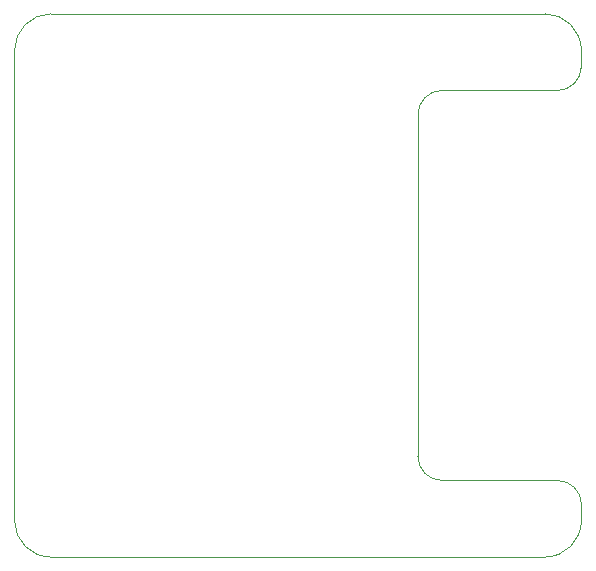
<source format=gm1>
G04 #@! TF.GenerationSoftware,KiCad,Pcbnew,6.0.11*
G04 #@! TF.CreationDate,2025-10-14T23:18:51+03:00*
G04 #@! TF.ProjectId,rns-gate,726e732d-6761-4746-952e-6b696361645f,rev?*
G04 #@! TF.SameCoordinates,Original*
G04 #@! TF.FileFunction,Profile,NP*
%FSLAX46Y46*%
G04 Gerber Fmt 4.6, Leading zero omitted, Abs format (unit mm)*
G04 Created by KiCad (PCBNEW 6.0.11) date 2025-10-14 23:18:51*
%MOMM*%
%LPD*%
G01*
G04 APERTURE LIST*
G04 #@! TA.AperFunction,Profile*
%ADD10C,0.050000*%
G04 #@! TD*
G04 APERTURE END LIST*
D10*
X206800000Y-96810000D02*
G75*
G03*
X209900000Y-93710000I0J3100000D01*
G01*
X165000000Y-96810000D02*
X206800000Y-96810000D01*
X161900000Y-93710000D02*
G75*
G03*
X165000000Y-96810000I3100000J0D01*
G01*
X165000000Y-50810000D02*
G75*
G03*
X161900000Y-53910000I0J-3100000D01*
G01*
X161900000Y-53910000D02*
X161900000Y-93710000D01*
X196060000Y-59332000D02*
X196060000Y-88290400D01*
X209900000Y-53910000D02*
X209900000Y-55268000D01*
X196060000Y-88290400D02*
G75*
G03*
X198092000Y-90322400I2032000J0D01*
G01*
X207868000Y-57300000D02*
G75*
G03*
X209900000Y-55268000I0J2032000D01*
G01*
X198092000Y-57300000D02*
G75*
G03*
X196060000Y-59332000I0J-2032000D01*
G01*
X165000000Y-50810000D02*
X206800000Y-50810000D01*
X198092000Y-90322400D02*
X207868000Y-90320000D01*
X209900000Y-92352000D02*
G75*
G03*
X207868000Y-90320000I-2032000J0D01*
G01*
X207868000Y-57300000D02*
X198092000Y-57300000D01*
X209900000Y-53910000D02*
G75*
G03*
X206800000Y-50810000I-3100000J0D01*
G01*
X209900000Y-92352000D02*
X209900000Y-93710000D01*
M02*

</source>
